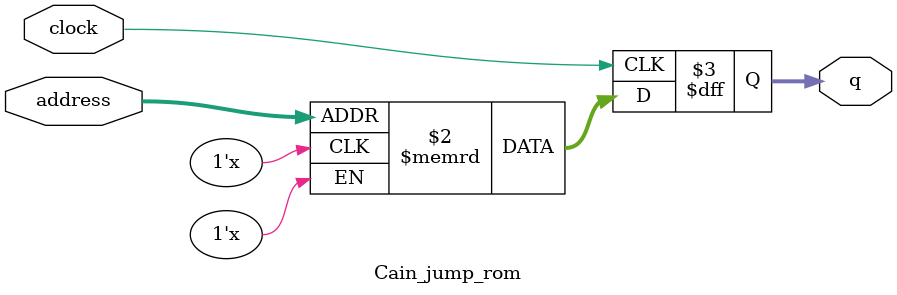
<source format=sv>
module Cain_jump_rom (
	input logic clock,
	input logic [7:0] address,
	output logic [1:0] q
);

logic [1:0] memory [0:255] /* synthesis ram_init_file = "./Cain_jump/Cain_jump.mif" */;

always_ff @ (posedge clock) begin
	q <= memory[address];
end

endmodule

</source>
